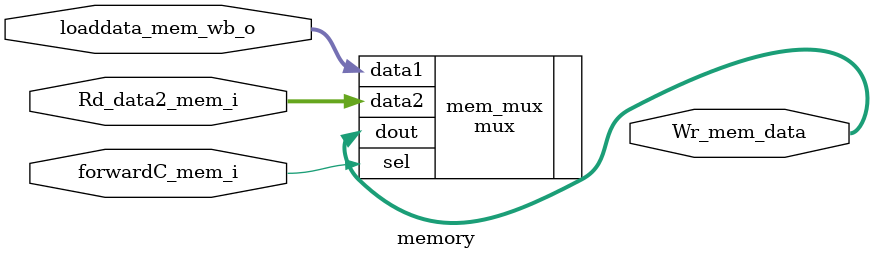
<source format=v>
`timescale 1ns / 1ps


module memory(
	input [31:0]Rd_data2_mem_i,
	input [31:0]loaddata_mem_wb_o,
	input forwardC_mem_i,
	output [31:0]Wr_mem_data
	
    );

	mux mem_mux (
    .data1(loaddata_mem_wb_o), 
    .data2(Rd_data2_mem_i), 
    .sel(forwardC_mem_i), 
    .dout(Wr_mem_data)
    );
    
endmodule

</source>
